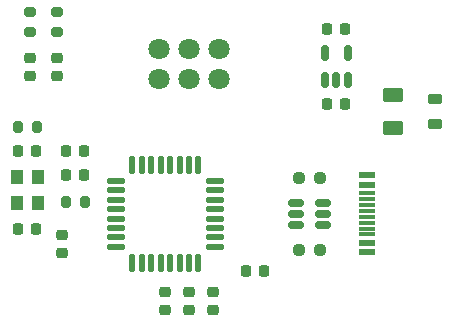
<source format=gbr>
%TF.GenerationSoftware,KiCad,Pcbnew,(6.0.5)*%
%TF.CreationDate,2022-06-21T13:53:18+02:00*%
%TF.ProjectId,usb-c_demo1,7573622d-635f-4646-956d-6f312e6b6963,rev?*%
%TF.SameCoordinates,Original*%
%TF.FileFunction,Paste,Top*%
%TF.FilePolarity,Positive*%
%FSLAX46Y46*%
G04 Gerber Fmt 4.6, Leading zero omitted, Abs format (unit mm)*
G04 Created by KiCad (PCBNEW (6.0.5)) date 2022-06-21 13:53:18*
%MOMM*%
%LPD*%
G01*
G04 APERTURE LIST*
G04 Aperture macros list*
%AMRoundRect*
0 Rectangle with rounded corners*
0 $1 Rounding radius*
0 $2 $3 $4 $5 $6 $7 $8 $9 X,Y pos of 4 corners*
0 Add a 4 corners polygon primitive as box body*
4,1,4,$2,$3,$4,$5,$6,$7,$8,$9,$2,$3,0*
0 Add four circle primitives for the rounded corners*
1,1,$1+$1,$2,$3*
1,1,$1+$1,$4,$5*
1,1,$1+$1,$6,$7*
1,1,$1+$1,$8,$9*
0 Add four rect primitives between the rounded corners*
20,1,$1+$1,$2,$3,$4,$5,0*
20,1,$1+$1,$4,$5,$6,$7,0*
20,1,$1+$1,$6,$7,$8,$9,0*
20,1,$1+$1,$8,$9,$2,$3,0*%
G04 Aperture macros list end*
%ADD10RoundRect,0.225000X-0.225000X-0.250000X0.225000X-0.250000X0.225000X0.250000X-0.225000X0.250000X0*%
%ADD11R,1.450000X0.600000*%
%ADD12R,1.450000X0.300000*%
%ADD13RoundRect,0.225000X-0.250000X0.225000X-0.250000X-0.225000X0.250000X-0.225000X0.250000X0.225000X0*%
%ADD14RoundRect,0.200000X0.200000X0.275000X-0.200000X0.275000X-0.200000X-0.275000X0.200000X-0.275000X0*%
%ADD15C,1.800000*%
%ADD16RoundRect,0.150000X-0.512500X-0.150000X0.512500X-0.150000X0.512500X0.150000X-0.512500X0.150000X0*%
%ADD17RoundRect,0.218750X0.381250X-0.218750X0.381250X0.218750X-0.381250X0.218750X-0.381250X-0.218750X0*%
%ADD18RoundRect,0.218750X-0.256250X0.218750X-0.256250X-0.218750X0.256250X-0.218750X0.256250X0.218750X0*%
%ADD19RoundRect,0.218750X0.256250X-0.218750X0.256250X0.218750X-0.256250X0.218750X-0.256250X-0.218750X0*%
%ADD20RoundRect,0.125000X-0.625000X-0.125000X0.625000X-0.125000X0.625000X0.125000X-0.625000X0.125000X0*%
%ADD21RoundRect,0.125000X-0.125000X-0.625000X0.125000X-0.625000X0.125000X0.625000X-0.125000X0.625000X0*%
%ADD22RoundRect,0.225000X0.225000X0.250000X-0.225000X0.250000X-0.225000X-0.250000X0.225000X-0.250000X0*%
%ADD23RoundRect,0.250000X-0.625000X0.375000X-0.625000X-0.375000X0.625000X-0.375000X0.625000X0.375000X0*%
%ADD24RoundRect,0.237500X0.250000X0.237500X-0.250000X0.237500X-0.250000X-0.237500X0.250000X-0.237500X0*%
%ADD25R,1.000000X1.300000*%
%ADD26RoundRect,0.200000X-0.200000X-0.275000X0.200000X-0.275000X0.200000X0.275000X-0.200000X0.275000X0*%
%ADD27RoundRect,0.200000X0.275000X-0.200000X0.275000X0.200000X-0.275000X0.200000X-0.275000X-0.200000X0*%
%ADD28RoundRect,0.150000X0.150000X-0.512500X0.150000X0.512500X-0.150000X0.512500X-0.150000X-0.512500X0*%
G04 APERTURE END LIST*
D10*
%TO.C,C3*%
X54343000Y-68326000D03*
X55893000Y-68326000D03*
%TD*%
D11*
%TO.C,J1*%
X64535000Y-66750000D03*
X64535000Y-65950000D03*
D12*
X64535000Y-64750000D03*
X64535000Y-63750000D03*
X64535000Y-63250000D03*
X64535000Y-62250000D03*
D11*
X64535000Y-61050000D03*
X64535000Y-60250000D03*
X64535000Y-60250000D03*
X64535000Y-61050000D03*
D12*
X64535000Y-61750000D03*
X64535000Y-62750000D03*
X64535000Y-64250000D03*
X64535000Y-65250000D03*
D11*
X64535000Y-65950000D03*
X64535000Y-66750000D03*
%TD*%
D13*
%TO.C,C10*%
X38735000Y-65265000D03*
X38735000Y-66815000D03*
%TD*%
D14*
%TO.C,R4*%
X36639000Y-56134000D03*
X34989000Y-56134000D03*
%TD*%
D13*
%TO.C,C6*%
X47498000Y-70091000D03*
X47498000Y-71641000D03*
%TD*%
D10*
%TO.C,C9*%
X61201000Y-47879000D03*
X62751000Y-47879000D03*
%TD*%
%TO.C,C8*%
X61201000Y-54229000D03*
X62751000Y-54229000D03*
%TD*%
D15*
%TO.C,J2*%
X52070000Y-49530000D03*
X52070000Y-52070000D03*
X49530000Y-49530000D03*
X49530000Y-52070000D03*
X46990000Y-49530000D03*
X46990000Y-52070000D03*
%TD*%
D16*
%TO.C,U2*%
X58552500Y-62550000D03*
X58552500Y-63500000D03*
X58552500Y-64450000D03*
X60827500Y-64450000D03*
X60827500Y-63500000D03*
X60827500Y-62550000D03*
%TD*%
D17*
%TO.C,FB1*%
X70358000Y-55926500D03*
X70358000Y-53801500D03*
%TD*%
D13*
%TO.C,C7*%
X49530000Y-70091000D03*
X49530000Y-71641000D03*
%TD*%
D18*
%TO.C,D1*%
X36068000Y-50266500D03*
X36068000Y-51841500D03*
%TD*%
D19*
%TO.C,L1*%
X51562000Y-71653500D03*
X51562000Y-70078500D03*
%TD*%
D20*
%TO.C,U1*%
X43323000Y-60700000D03*
X43323000Y-61500000D03*
X43323000Y-62300000D03*
X43323000Y-63100000D03*
X43323000Y-63900000D03*
X43323000Y-64700000D03*
X43323000Y-65500000D03*
X43323000Y-66300000D03*
D21*
X44698000Y-67675000D03*
X45498000Y-67675000D03*
X46298000Y-67675000D03*
X47098000Y-67675000D03*
X47898000Y-67675000D03*
X48698000Y-67675000D03*
X49498000Y-67675000D03*
X50298000Y-67675000D03*
D20*
X51673000Y-66300000D03*
X51673000Y-65500000D03*
X51673000Y-64700000D03*
X51673000Y-63900000D03*
X51673000Y-63100000D03*
X51673000Y-62300000D03*
X51673000Y-61500000D03*
X51673000Y-60700000D03*
D21*
X50298000Y-59325000D03*
X49498000Y-59325000D03*
X48698000Y-59325000D03*
X47898000Y-59325000D03*
X47098000Y-59325000D03*
X46298000Y-59325000D03*
X45498000Y-59325000D03*
X44698000Y-59325000D03*
%TD*%
D22*
%TO.C,C1*%
X36589000Y-58166000D03*
X35039000Y-58166000D03*
%TD*%
D23*
%TO.C,F1*%
X66802000Y-53464000D03*
X66802000Y-56264000D03*
%TD*%
D10*
%TO.C,C2*%
X35039000Y-64770000D03*
X36589000Y-64770000D03*
%TD*%
D24*
%TO.C,R5*%
X60602500Y-66548000D03*
X58777500Y-66548000D03*
%TD*%
D25*
%TO.C,Y1*%
X36714000Y-62568000D03*
X36714000Y-60368000D03*
X34914000Y-60368000D03*
X34914000Y-62568000D03*
%TD*%
D22*
%TO.C,C4*%
X40653000Y-60198000D03*
X39103000Y-60198000D03*
%TD*%
D26*
%TO.C,R1*%
X39053000Y-62484000D03*
X40703000Y-62484000D03*
%TD*%
D22*
%TO.C,C5*%
X40653000Y-58166000D03*
X39103000Y-58166000D03*
%TD*%
D27*
%TO.C,R3*%
X38354000Y-48069000D03*
X38354000Y-46419000D03*
%TD*%
D28*
%TO.C,U3*%
X61026000Y-52191500D03*
X61976000Y-52191500D03*
X62926000Y-52191500D03*
X62926000Y-49916500D03*
X61026000Y-49916500D03*
%TD*%
D18*
%TO.C,D2*%
X38354000Y-50266500D03*
X38354000Y-51841500D03*
%TD*%
D27*
%TO.C,R2*%
X36068000Y-48069000D03*
X36068000Y-46419000D03*
%TD*%
D24*
%TO.C,R6*%
X60602500Y-60452000D03*
X58777500Y-60452000D03*
%TD*%
M02*

</source>
